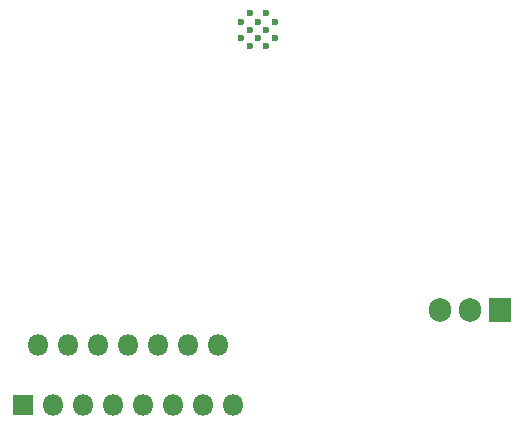
<source format=gbr>
%TF.GenerationSoftware,KiCad,Pcbnew,8.0.5*%
%TF.CreationDate,2025-04-06T18:14:10+03:00*%
%TF.ProjectId,roboforce,726f626f-666f-4726-9365-2e6b69636164,rev?*%
%TF.SameCoordinates,Original*%
%TF.FileFunction,Copper,L2,Bot*%
%TF.FilePolarity,Positive*%
%FSLAX46Y46*%
G04 Gerber Fmt 4.6, Leading zero omitted, Abs format (unit mm)*
G04 Created by KiCad (PCBNEW 8.0.5) date 2025-04-06 18:14:10*
%MOMM*%
%LPD*%
G01*
G04 APERTURE LIST*
%TA.AperFunction,ComponentPad*%
%ADD10O,1.800000X1.800000*%
%TD*%
%TA.AperFunction,ComponentPad*%
%ADD11R,1.800000X1.800000*%
%TD*%
%TA.AperFunction,HeatsinkPad*%
%ADD12C,0.600000*%
%TD*%
%TA.AperFunction,ComponentPad*%
%ADD13R,1.905000X2.000000*%
%TD*%
%TA.AperFunction,ComponentPad*%
%ADD14O,1.905000X2.000000*%
%TD*%
G04 APERTURE END LIST*
D10*
%TO.P,U2,15,SENSE_B*%
%TO.N,+12V*%
X133490000Y-105080000D03*
%TO.P,U2,14,OUT4*%
%TO.N,Net-(M1--)*%
X132220000Y-100000000D03*
%TO.P,U2,13,OUT3*%
%TO.N,Net-(M1-+)*%
X130950000Y-105080000D03*
%TO.P,U2,12,IN4*%
%TO.N,Net-(U1-IO20)*%
X129680000Y-100000000D03*
%TO.P,U2,11,EnB*%
%TO.N,unconnected-(U2-EnB-Pad11)*%
X128410000Y-105080000D03*
%TO.P,U2,10,IN3*%
%TO.N,Net-(U1-IO19)*%
X127140000Y-100000000D03*
%TO.P,U2,9,Vss*%
%TO.N,unconnected-(U2-Vss-Pad9)*%
X125870000Y-105080000D03*
%TO.P,U2,8,GND*%
%TO.N,GND*%
X124600000Y-100000000D03*
%TO.P,U2,7,IN2*%
%TO.N,Net-(U1-IO12)*%
X123330000Y-105080000D03*
%TO.P,U2,6,EnA*%
%TO.N,unconnected-(U2-EnA-Pad6)*%
X122060000Y-100000000D03*
%TO.P,U2,5,IN1*%
%TO.N,Net-(U1-IO12)*%
X120790000Y-105080000D03*
%TO.P,U2,4,Vs*%
%TO.N,unconnected-(U2-Vs-Pad4)*%
X119520000Y-100000000D03*
%TO.P,U2,3,OUT2*%
%TO.N,Net-(M2--)*%
X118250000Y-105080000D03*
%TO.P,U2,2,OUT1*%
%TO.N,Net-(M2-+)*%
X116980000Y-100000000D03*
D11*
%TO.P,U2,1,SENSE_A*%
%TO.N,Net-(-1-VA)*%
X115710000Y-105080000D03*
%TD*%
D12*
%TO.P,U1,41,GND*%
%TO.N,Net-(-1-GND)*%
X137000000Y-74000000D03*
X137000000Y-72600000D03*
X136300000Y-74700000D03*
X136300000Y-73300000D03*
X136300000Y-71900000D03*
X135600000Y-74000000D03*
X135600000Y-72600000D03*
X134900000Y-74700000D03*
X134900000Y-73300000D03*
X134900000Y-71900000D03*
X134200000Y-74000000D03*
X134200000Y-72600000D03*
%TD*%
D13*
%TO.P,-1,1,VA*%
%TO.N,Net-(-1-VA)*%
X156080000Y-97000000D03*
D14*
%TO.P,-1,2,VB*%
%TO.N,Net-(-1-VB)*%
X153540000Y-97000000D03*
%TO.P,-1,3,GND*%
%TO.N,Net-(-1-GND)*%
X151000000Y-97000000D03*
%TD*%
M02*

</source>
